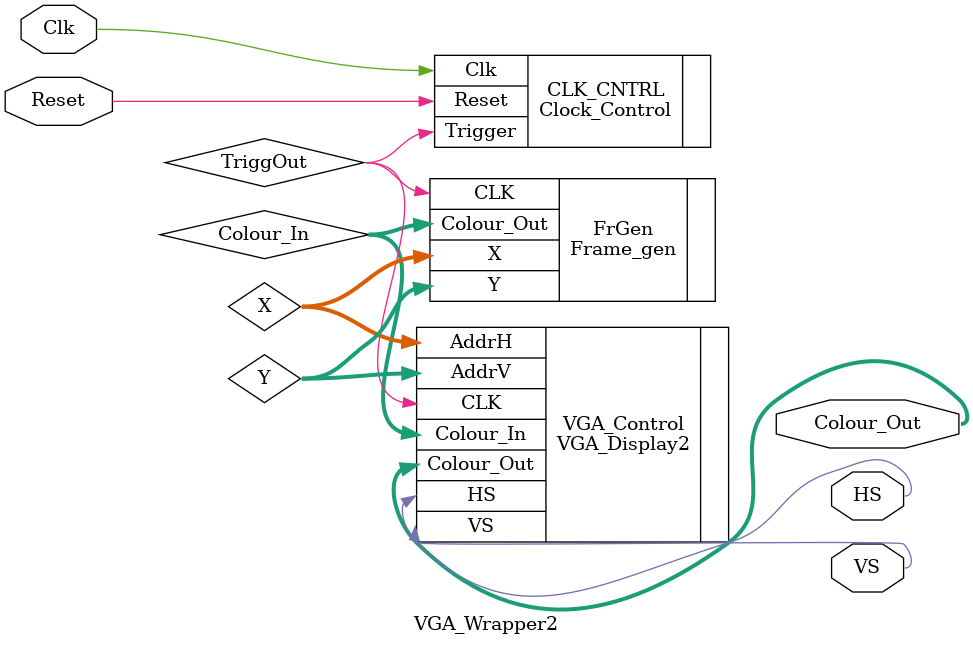
<source format=v>
`timescale 1ns / 1ps

module VGA_Wrapper2(
    input Clk,  
    input Reset,  
    output [11:0] Colour_Out,
    output HS,
    output VS
    );

    wire TriggOut;
    wire [11:0] Colour_Wire1;
    wire [11:0] Colour_Wire2;
    wire [9:0] X;
    wire [8:0] Y;
    wire [11:0] Colour_In;
    
    // Configure Clock to 25MHz for VGA 
    Clock_Control CLK_CNTRL(
        .Clk(Clk),
        .Reset(Reset),
        .Trigger(TriggOut)
    );
    
    // Call frame gen to control colour of the pixels
    Frame_gen FrGen(
        .X(X),
        .Y(Y),
        .CLK(TriggOut),
        .Colour_Out(Colour_In)
    );
    
    // Call VGA Module 
    VGA_Display2 VGA_Control(
        .CLK(TriggOut),
        .Colour_In(Colour_In),
        .AddrH(X),
        .AddrV(Y),
        .Colour_Out(Colour_Out),
        .HS(HS),
        .VS(VS) 
    );    
    
endmodule

</source>
